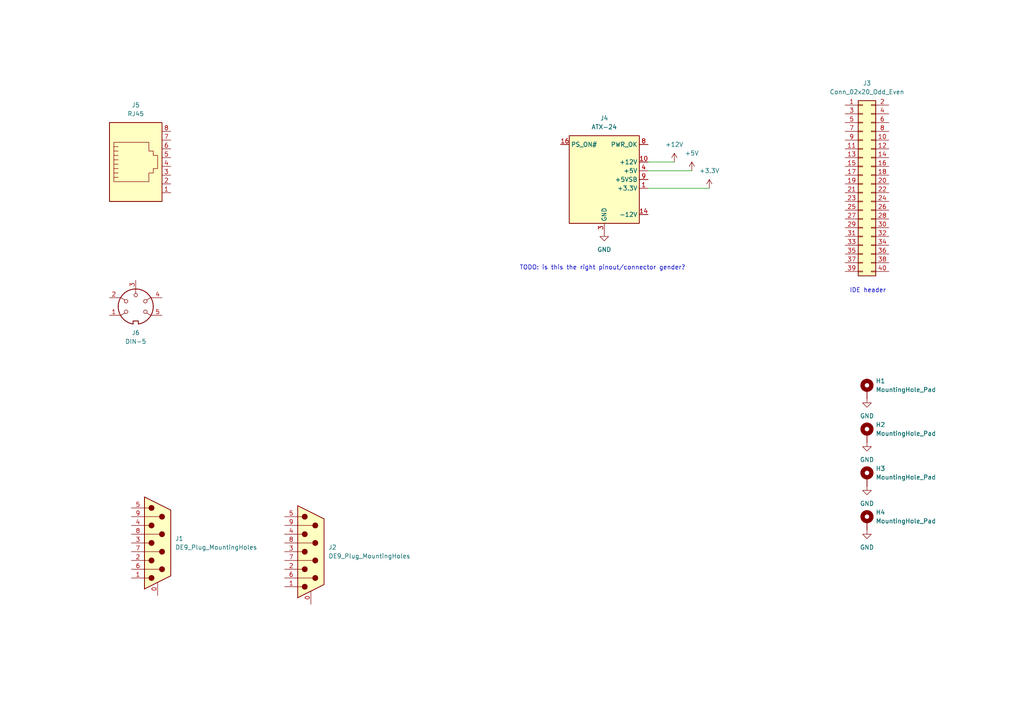
<source format=kicad_sch>
(kicad_sch (version 20231120) (generator "eeschema") (generator_version "8.0")
  (paper "A4")
  (lib_symbols
    (symbol "Connector:ATX-24"
      (property "Reference" "J" (at -8.89 13.97 0))
      (property "Value" "ATX-24" (at 6.35 13.97 0))
      (symbol "ATX-24_0_1"
        (rectangle (start -10.16 12.7) (end 10.16 -12.7) (stroke (width 0.254)) (fill (type background)))
      )
      (symbol "ATX-24_1_1"
        (pin power_out line (at 12.7 -2.54 180) (length 2.54) (name "+3.3V") (number "1"))
        (pin power_out line (at 12.7 5.08 180) (length 2.54) (name "+12V") (number "10"))
        (pin passive line (at 12.7 5.08 180) (length 2.54) hide (name "+12V") (number "11"))
        (pin passive line (at 12.7 -2.54 180) (length 2.54) hide (name "+3.3V") (number "12"))
        (pin passive line (at 12.7 -2.54 180) (length 2.54) hide (name "+3.3V") (number "13"))
        (pin power_out line (at 12.7 -10.16 180) (length 2.54) (name "-12V") (number "14"))
        (pin passive line (at 0 -15.24 90) (length 2.54) hide (name "GND") (number "15"))
        (pin open_collector line (at -12.7 10.16 0) (length 2.54) (name "PS_ON#") (number "16"))
        (pin passive line (at 0 -15.24 90) (length 2.54) hide (name "GND") (number "17"))
        (pin passive line (at 0 -15.24 90) (length 2.54) hide (name "GND") (number "18"))
        (pin passive line (at 0 -15.24 90) (length 2.54) hide (name "GND") (number "19"))
        (pin passive line (at 12.7 -2.54 180) (length 2.54) hide (name "+3.3V") (number "2"))
        (pin no_connect line (at -10.16 0 0) (length 2.54) hide (name "NC") (number "20"))
        (pin passive line (at 12.7 2.54 180) (length 2.54) hide (name "+5V") (number "21"))
        (pin passive line (at 12.7 2.54 180) (length 2.54) hide (name "+5V") (number "22"))
        (pin passive line (at 12.7 2.54 180) (length 2.54) hide (name "+5V") (number "23"))
        (pin passive line (at 0 -15.24 90) (length 2.54) hide (name "GND") (number "24"))
        (pin power_out line (at 0 -15.24 90) (length 2.54) (name "GND") (number "3"))
        (pin power_out line (at 12.7 2.54 180) (length 2.54) (name "+5V") (number "4"))
        (pin passive line (at 0 -15.24 90) (length 2.54) hide (name "GND") (number "5"))
        (pin passive line (at 12.7 2.54 180) (length 2.54) hide (name "+5V") (number "6"))
        (pin passive line (at 0 -15.24 90) (length 2.54) hide (name "GND") (number "7"))
        (pin output line (at 12.7 10.16 180) (length 2.54) (name "PWR_OK") (number "8"))
        (pin power_out line (at 12.7 0 180) (length 2.54) (name "+5VSB") (number "9"))
      )
    )
    (symbol "Connector:DE9_Plug_MountingHoles" (pin_names (offset 1.016) hide)
      (property "Reference" "J" (at 0 16.51 0))
      (property "Value" "DE9_Plug_MountingHoles" (at 0 14.605 0))
      (symbol "DE9_Plug_MountingHoles_0_1"
        (circle (center -1.778 -10.16) (radius 0.762) (fill (type outline)))
        (circle (center -1.778 -5.08) (radius 0.762) (fill (type outline)))
        (circle (center -1.778 0) (radius 0.762) (fill (type outline)))
        (circle (center -1.778 5.08) (radius 0.762) (fill (type outline)))
        (circle (center -1.778 10.16) (radius 0.762) (fill (type outline)))
        (polyline (pts (xy -3.81 -10.16) (xy -2.54 -10.16)))
        (polyline (pts (xy -3.81 -7.62) (xy 0.508 -7.62)))
        (polyline (pts (xy -3.81 -5.08) (xy -2.54 -5.08)))
        (polyline (pts (xy -3.81 -2.54) (xy 0.508 -2.54)))
        (polyline (pts (xy -3.81 0) (xy -2.54 0)))
        (polyline (pts (xy -3.81 2.54) (xy 0.508 2.54)))
        (polyline (pts (xy -3.81 5.08) (xy -2.54 5.08)))
        (polyline (pts (xy -3.81 7.62) (xy 0.508 7.62)))
        (polyline (pts (xy -3.81 10.16) (xy -2.54 10.16)))
        (polyline (pts (xy -3.81 -13.335) (xy -3.81 13.335) (xy 3.81 9.525) (xy 3.81 -9.525) (xy -3.81 -13.335)) (stroke (width 0.254)) (fill (type background)))
        (circle (center 1.27 -7.62) (radius 0.762) (fill (type outline)))
        (circle (center 1.27 -2.54) (radius 0.762) (fill (type outline)))
        (circle (center 1.27 2.54) (radius 0.762) (fill (type outline)))
        (circle (center 1.27 7.62) (radius 0.762) (fill (type outline)))
      )
      (symbol "DE9_Plug_MountingHoles_1_1"
        (pin passive line (at 0 -15.24 90) (length 3.81) (name "PAD") (number "0"))
        (pin passive line (at -7.62 -10.16 0) (length 3.81) (name "1") (number "1"))
        (pin passive line (at -7.62 -5.08 0) (length 3.81) (name "2") (number "2"))
        (pin passive line (at -7.62 0 0) (length 3.81) (name "3") (number "3"))
        (pin passive line (at -7.62 5.08 0) (length 3.81) (name "4") (number "4"))
        (pin passive line (at -7.62 10.16 0) (length 3.81) (name "5") (number "5"))
        (pin passive line (at -7.62 -7.62 0) (length 3.81) (name "6") (number "6"))
        (pin passive line (at -7.62 -2.54 0) (length 3.81) (name "7") (number "7"))
        (pin passive line (at -7.62 2.54 0) (length 3.81) (name "8") (number "8"))
        (pin passive line (at -7.62 7.62 0) (length 3.81) (name "9") (number "9"))
      )
    )
    (symbol "Connector:DIN-5" (pin_names (offset 1.016))
      (property "Reference" "J" (at 3.175 5.715 0))
      (property "Value" "DIN-5" (at 0 -6.35 0))
      (symbol "DIN-5_0_1"
        (arc (start -5.08 0) (mid -3.8609 -3.3364) (end -0.762 -5.08) (stroke (width 0.254)))
        (circle (center -2.794 -1.524) (radius 0.508))
        (circle (center -2.794 1.524) (radius 0.508))
        (polyline (pts (xy 0 5.08) (xy 0 3.81)))
        (polyline (pts (xy -5.08 -2.54) (xy -4.318 -2.54) (xy -3.175 -1.905)))
        (polyline (pts (xy -5.08 2.54) (xy -4.318 2.54) (xy -3.175 1.905)))
        (polyline (pts (xy 5.08 -2.54) (xy 4.318 -2.54) (xy 3.175 -1.905)))
        (polyline (pts (xy 5.08 2.54) (xy 4.318 2.54) (xy 3.175 1.905)))
        (polyline (pts (xy -0.762 -4.953) (xy -0.762 -4.191) (xy 0.762 -4.191) (xy 0.762 -4.953)) (stroke (width 0.254)))
        (circle (center 0 3.302) (radius 0.508))
        (arc (start 0.762 -5.08) (mid 3.8685 -3.343) (end 5.08 0) (stroke (width 0.254)))
        (circle (center 2.794 -1.524) (radius 0.508))
        (circle (center 2.794 1.524) (radius 0.508))
        (arc (start 5.08 0) (mid 0 5.0579) (end -5.08 0) (stroke (width 0.254)))
      )
      (symbol "DIN-5_1_1"
        (pin passive line (at -7.62 -2.54 0) (length 2.54) (name "~") (number "1"))
        (pin passive line (at -7.62 2.54 0) (length 2.54) (name "~") (number "2"))
        (pin passive line (at 0 7.62 270) (length 2.54) (name "~") (number "3"))
        (pin passive line (at 7.62 2.54 180) (length 2.54) (name "~") (number "4"))
        (pin passive line (at 7.62 -2.54 180) (length 2.54) (name "~") (number "5"))
      )
    )
    (symbol "Connector:RJ45" (pin_names (offset 1.016))
      (property "Reference" "J" (at -5.08 13.97 0))
      (property "Value" "RJ45" (at 2.54 13.97 0))
      (symbol "RJ45_0_1"
        (polyline (pts (xy -5.08 4.445) (xy -6.35 4.445)))
        (polyline (pts (xy -5.08 5.715) (xy -6.35 5.715)))
        (polyline (pts (xy -6.35 -3.175) (xy -5.08 -3.175) (xy -5.08 -3.175)))
        (polyline (pts (xy -6.35 -1.905) (xy -5.08 -1.905) (xy -5.08 -1.905)))
        (polyline (pts (xy -6.35 -0.635) (xy -5.08 -0.635) (xy -5.08 -0.635)))
        (polyline (pts (xy -6.35 0.635) (xy -5.08 0.635) (xy -5.08 0.635)))
        (polyline (pts (xy -6.35 1.905) (xy -5.08 1.905) (xy -5.08 1.905)))
        (polyline (pts (xy -5.08 3.175) (xy -6.35 3.175) (xy -6.35 3.175)))
        (polyline (pts (xy -6.35 -4.445) (xy -6.35 6.985) (xy 3.81 6.985) (xy 3.81 4.445) (xy 5.08 4.445) (xy 5.08 3.175) (xy 6.35 3.175) (xy 6.35 -0.635) (xy 5.08 -0.635) (xy 5.08 -1.905) (xy 3.81 -1.905) (xy 3.81 -4.445) (xy -6.35 -4.445) (xy -6.35 -4.445)))
        (rectangle (start 7.62 12.7) (end -7.62 -10.16) (stroke (width 0.254)) (fill (type background)))
      )
      (symbol "RJ45_1_1"
        (pin passive line (at 10.16 -7.62 180) (length 2.54) (name "~") (number "1"))
        (pin passive line (at 10.16 -5.08 180) (length 2.54) (name "~") (number "2"))
        (pin passive line (at 10.16 -2.54 180) (length 2.54) (name "~") (number "3"))
        (pin passive line (at 10.16 0 180) (length 2.54) (name "~") (number "4"))
        (pin passive line (at 10.16 2.54 180) (length 2.54) (name "~") (number "5"))
        (pin passive line (at 10.16 5.08 180) (length 2.54) (name "~") (number "6"))
        (pin passive line (at 10.16 7.62 180) (length 2.54) (name "~") (number "7"))
        (pin passive line (at 10.16 10.16 180) (length 2.54) (name "~") (number "8"))
      )
    )
    (symbol "Connector_Generic:Conn_02x20_Odd_Even" (pin_names (offset 1.016) hide)
      (property "Reference" "J" (at 1.27 25.4 0))
      (property "Value" "Conn_02x20_Odd_Even" (at 1.27 -27.94 0))
      (symbol "Conn_02x20_Odd_Even_1_1"
        (rectangle (start -1.27 -25.273) (end 0 -25.527) (stroke (width 0.1524)))
        (rectangle (start -1.27 -22.733) (end 0 -22.987) (stroke (width 0.1524)))
        (rectangle (start -1.27 -20.193) (end 0 -20.447) (stroke (width 0.1524)))
        (rectangle (start -1.27 -17.653) (end 0 -17.907) (stroke (width 0.1524)))
        (rectangle (start -1.27 -15.113) (end 0 -15.367) (stroke (width 0.1524)))
        (rectangle (start -1.27 -12.573) (end 0 -12.827) (stroke (width 0.1524)))
        (rectangle (start -1.27 -10.033) (end 0 -10.287) (stroke (width 0.1524)))
        (rectangle (start -1.27 -7.493) (end 0 -7.747) (stroke (width 0.1524)))
        (rectangle (start -1.27 -4.953) (end 0 -5.207) (stroke (width 0.1524)))
        (rectangle (start -1.27 -2.413) (end 0 -2.667) (stroke (width 0.1524)))
        (rectangle (start -1.27 0.127) (end 0 -0.127) (stroke (width 0.1524)))
        (rectangle (start -1.27 2.667) (end 0 2.413) (stroke (width 0.1524)))
        (rectangle (start -1.27 5.207) (end 0 4.953) (stroke (width 0.1524)))
        (rectangle (start -1.27 7.747) (end 0 7.493) (stroke (width 0.1524)))
        (rectangle (start -1.27 10.287) (end 0 10.033) (stroke (width 0.1524)))
        (rectangle (start -1.27 12.827) (end 0 12.573) (stroke (width 0.1524)))
        (rectangle (start -1.27 15.367) (end 0 15.113) (stroke (width 0.1524)))
        (rectangle (start -1.27 17.907) (end 0 17.653) (stroke (width 0.1524)))
        (rectangle (start -1.27 20.447) (end 0 20.193) (stroke (width 0.1524)))
        (rectangle (start -1.27 22.987) (end 0 22.733) (stroke (width 0.1524)))
        (rectangle (start -1.27 24.13) (end 3.81 -26.67) (stroke (width 0.254)) (fill (type background)))
        (rectangle (start 3.81 -25.273) (end 2.54 -25.527) (stroke (width 0.1524)))
        (rectangle (start 3.81 -22.733) (end 2.54 -22.987) (stroke (width 0.1524)))
        (rectangle (start 3.81 -20.193) (end 2.54 -20.447) (stroke (width 0.1524)))
        (rectangle (start 3.81 -17.653) (end 2.54 -17.907) (stroke (width 0.1524)))
        (rectangle (start 3.81 -15.113) (end 2.54 -15.367) (stroke (width 0.1524)))
        (rectangle (start 3.81 -12.573) (end 2.54 -12.827) (stroke (width 0.1524)))
        (rectangle (start 3.81 -10.033) (end 2.54 -10.287) (stroke (width 0.1524)))
        (rectangle (start 3.81 -7.493) (end 2.54 -7.747) (stroke (width 0.1524)))
        (rectangle (start 3.81 -4.953) (end 2.54 -5.207) (stroke (width 0.1524)))
        (rectangle (start 3.81 -2.413) (end 2.54 -2.667) (stroke (width 0.1524)))
        (rectangle (start 3.81 0.127) (end 2.54 -0.127) (stroke (width 0.1524)))
        (rectangle (start 3.81 2.667) (end 2.54 2.413) (stroke (width 0.1524)))
        (rectangle (start 3.81 5.207) (end 2.54 4.953) (stroke (width 0.1524)))
        (rectangle (start 3.81 7.747) (end 2.54 7.493) (stroke (width 0.1524)))
        (rectangle (start 3.81 10.287) (end 2.54 10.033) (stroke (width 0.1524)))
        (rectangle (start 3.81 12.827) (end 2.54 12.573) (stroke (width 0.1524)))
        (rectangle (start 3.81 15.367) (end 2.54 15.113) (stroke (width 0.1524)))
        (rectangle (start 3.81 17.907) (end 2.54 17.653) (stroke (width 0.1524)))
        (rectangle (start 3.81 20.447) (end 2.54 20.193) (stroke (width 0.1524)))
        (rectangle (start 3.81 22.987) (end 2.54 22.733) (stroke (width 0.1524)))
        (pin passive line (at -5.08 22.86 0) (length 3.81) (name "Pin_1") (number "1"))
        (pin passive line (at 7.62 12.7 180) (length 3.81) (name "Pin_10") (number "10"))
        (pin passive line (at -5.08 10.16 0) (length 3.81) (name "Pin_11") (number "11"))
        (pin passive line (at 7.62 10.16 180) (length 3.81) (name "Pin_12") (number "12"))
        (pin passive line (at -5.08 7.62 0) (length 3.81) (name "Pin_13") (number "13"))
        (pin passive line (at 7.62 7.62 180) (length 3.81) (name "Pin_14") (number "14"))
        (pin passive line (at -5.08 5.08 0) (length 3.81) (name "Pin_15") (number "15"))
        (pin passive line (at 7.62 5.08 180) (length 3.81) (name "Pin_16") (number "16"))
        (pin passive line (at -5.08 2.54 0) (length 3.81) (name "Pin_17") (number "17"))
        (pin passive line (at 7.62 2.54 180) (length 3.81) (name "Pin_18") (number "18"))
        (pin passive line (at -5.08 0 0) (length 3.81) (name "Pin_19") (number "19"))
        (pin passive line (at 7.62 22.86 180) (length 3.81) (name "Pin_2") (number "2"))
        (pin passive line (at 7.62 0 180) (length 3.81) (name "Pin_20") (number "20"))
        (pin passive line (at -5.08 -2.54 0) (length 3.81) (name "Pin_21") (number "21"))
        (pin passive line (at 7.62 -2.54 180) (length 3.81) (name "Pin_22") (number "22"))
        (pin passive line (at -5.08 -5.08 0) (length 3.81) (name "Pin_23") (number "23"))
        (pin passive line (at 7.62 -5.08 180) (length 3.81) (name "Pin_24") (number "24"))
        (pin passive line (at -5.08 -7.62 0) (length 3.81) (name "Pin_25") (number "25"))
        (pin passive line (at 7.62 -7.62 180) (length 3.81) (name "Pin_26") (number "26"))
        (pin passive line (at -5.08 -10.16 0) (length 3.81) (name "Pin_27") (number "27"))
        (pin passive line (at 7.62 -10.16 180) (length 3.81) (name "Pin_28") (number "28"))
        (pin passive line (at -5.08 -12.7 0) (length 3.81) (name "Pin_29") (number "29"))
        (pin passive line (at -5.08 20.32 0) (length 3.81) (name "Pin_3") (number "3"))
        (pin passive line (at 7.62 -12.7 180) (length 3.81) (name "Pin_30") (number "30"))
        (pin passive line (at -5.08 -15.24 0) (length 3.81) (name "Pin_31") (number "31"))
        (pin passive line (at 7.62 -15.24 180) (length 3.81) (name "Pin_32") (number "32"))
        (pin passive line (at -5.08 -17.78 0) (length 3.81) (name "Pin_33") (number "33"))
        (pin passive line (at 7.62 -17.78 180) (length 3.81) (name "Pin_34") (number "34"))
        (pin passive line (at -5.08 -20.32 0) (length 3.81) (name "Pin_35") (number "35"))
        (pin passive line (at 7.62 -20.32 180) (length 3.81) (name "Pin_36") (number "36"))
        (pin passive line (at -5.08 -22.86 0) (length 3.81) (name "Pin_37") (number "37"))
        (pin passive line (at 7.62 -22.86 180) (length 3.81) (name "Pin_38") (number "38"))
        (pin passive line (at -5.08 -25.4 0) (length 3.81) (name "Pin_39") (number "39"))
        (pin passive line (at 7.62 20.32 180) (length 3.81) (name "Pin_4") (number "4"))
        (pin passive line (at 7.62 -25.4 180) (length 3.81) (name "Pin_40") (number "40"))
        (pin passive line (at -5.08 17.78 0) (length 3.81) (name "Pin_5") (number "5"))
        (pin passive line (at 7.62 17.78 180) (length 3.81) (name "Pin_6") (number "6"))
        (pin passive line (at -5.08 15.24 0) (length 3.81) (name "Pin_7") (number "7"))
        (pin passive line (at 7.62 15.24 180) (length 3.81) (name "Pin_8") (number "8"))
        (pin passive line (at -5.08 12.7 0) (length 3.81) (name "Pin_9") (number "9"))
      )
    )
    (symbol "Mechanical:MountingHole_Pad" (pin_numbers hide) (pin_names (offset 1.016) hide) (exclude_from_sim yes) (in_bom no)
      (property "Reference" "H" (at 0 6.35 0))
      (property "Value" "MountingHole_Pad" (at 0 4.445 0))
      (symbol "MountingHole_Pad_0_1"
        (circle (center 0 1.27) (radius 1.27) (stroke (width 1.27)))
      )
      (symbol "MountingHole_Pad_1_1"
        (pin input line (at 0 -2.54 90) (length 2.54) (name "1") (number "1"))
      )
    )
    (symbol "power:+12V" (power) (pin_numbers hide) (pin_names (offset 0) hide)
      (property "Value" "+12V" (at 0 3.556 0))
      (symbol "+12V_0_1"
        (polyline (pts (xy -0.762 1.27) (xy 0 2.54)))
        (polyline (pts (xy 0 0) (xy 0 2.54)))
        (polyline (pts (xy 0 2.54) (xy 0.762 1.27)))
      )
      (symbol "+12V_1_1"
        (pin power_in line (at 0 0 90) (length 0) (name "~") (number "1"))
      )
    )
    (symbol "power:+3.3V" (power) (pin_numbers hide) (pin_names (offset 0) hide)
      (property "Value" "+3.3V" (at 0 3.556 0))
      (symbol "+3.3V_0_1"
        (polyline (pts (xy -0.762 1.27) (xy 0 2.54)))
        (polyline (pts (xy 0 0) (xy 0 2.54)))
        (polyline (pts (xy 0 2.54) (xy 0.762 1.27)))
      )
      (symbol "+3.3V_1_1"
        (pin power_in line (at 0 0 90) (length 0) (name "~") (number "1"))
      )
    )
    (symbol "power:+5V" (power) (pin_numbers hide) (pin_names (offset 0) hide)
      (property "Value" "+5V" (at 0 3.556 0))
      (symbol "+5V_0_1"
        (polyline (pts (xy -0.762 1.27) (xy 0 2.54)))
        (polyline (pts (xy 0 0) (xy 0 2.54)))
        (polyline (pts (xy 0 2.54) (xy 0.762 1.27)))
      )
      (symbol "+5V_1_1"
        (pin power_in line (at 0 0 90) (length 0) (name "~") (number "1"))
      )
    )
    (symbol "power:GND" (power) (pin_numbers hide) (pin_names (offset 0) hide)
      (property "Value" "GND" (at 0 -3.81 0))
      (symbol "GND_0_1"
        (polyline (pts (xy 0 0) (xy 0 -1.27) (xy 1.27 -1.27) (xy 0 -2.54) (xy -1.27 -1.27) (xy 0 -1.27)))
      )
      (symbol "GND_1_1"
        (pin power_in line (at 0 0 270) (length 0) (name "~") (number "1"))
      )
    )
  )
  (wire (pts (xy 187.96 49.53) (xy 200.66 49.53)))
  (wire (pts (xy 195.58 46.99) (xy 187.96 46.99)))
  (wire (pts (xy 205.74 54.61) (xy 187.96 54.61)))
  (text "IDE header" (at 251.714 84.328 0) (effects (font (size 1.27 1.27))))
  (text "TODO: is this the right pinout/connector gender?\n" (at 174.752 77.724 0) (effects (font (size 1.27 1.27))))
  (symbol (lib_id "power:GND") (at 175.26 67.31 0) (unit 1)
    (property "Reference" "#PWR05" (effects (hide yes)))
    (property "Value" "GND" (at 175.26 72.39 0))
    (property "Description" "Power symbol creates a global label with name \"GND\" , ground" (effects (hide yes)))
  )
  (symbol (lib_id "power:+5V") (at 200.66 49.53 0) (unit 1)
    (property "Reference" "#PWR06" (effects (hide yes)))
    (property "Value" "+5V" (at 200.66 44.45 0))
    (property "Description" "Power symbol creates a global label with name \"+5V\"" (effects (hide yes)))
  )
  (symbol (lib_id "Connector_Generic:Conn_02x20_Odd_Even") (at 250.19 53.34 0) (unit 1)
    (property "Reference" "J3" (at 251.46 24.13 0))
    (property "Value" "Conn_02x20_Odd_Even" (at 251.46 26.67 0))
    (property "Footprint" "Connector_IDC:IDC-Header_2x20_P2.54mm_Vertical" (effects (hide yes)))
    (property "Description" "Generic connector, double row, 02x20, odd/even pin numbering scheme (row 1 odd numbers, row 2 even numbers), script generated (kicad-library-utils/schlib/autogen/connector/)" (effects (hide yes)))
  )
  (symbol (lib_id "Connector:DE9_Plug_MountingHoles") (at 45.72 157.48 0) (unit 1)
    (property "Reference" "J1" (at 50.8 156.2099 0) (effects (justify left)))
    (property "Value" "DE9_Plug_MountingHoles" (at 50.8 158.7499 0) (effects (justify left)))
    (property "Footprint" "Connector_Dsub:DSUB-9_Female_Horizontal_P2.77x2.84mm_EdgePinOffset9.90mm_Housed_MountingHolesOffset11.32mm" (effects (hide yes)))
    (property "Description" "9-pin male plug pin D-SUB connector, Mounting Hole" (effects (hide yes)))
  )
  (symbol (lib_id "Mechanical:MountingHole_Pad") (at 251.46 151.13 0) (unit 1) (exclude_from_sim yes) (in_bom no)
    (property "Reference" "H4" (at 254 148.5899 0) (effects (justify left)))
    (property "Value" "MountingHole_Pad" (at 254 151.1299 0) (effects (justify left)))
    (property "Footprint" "MountingHole:MountingHole_3.2mm_M3_Pad_Via" (effects (hide yes)))
    (property "Description" "Mounting Hole with connection" (effects (hide yes)))
  )
  (symbol (lib_id "Connector:ATX-24") (at 175.26 52.07 0) (unit 1)
    (property "Reference" "J4" (at 175.26 34.29 0))
    (property "Value" "ATX-24" (at 175.26 36.83 0))
    (property "Footprint" "Connector_Molex:Molex_Mini-Fit_Jr_5566-24A2_2x12_P4.20mm_Vertical" (effects (hide yes)))
    (property "Datasheet" "https://www.intel.com/content/dam/www/public/us/en/documents/guides/power-supply-design-guide-june.pdf#page=33" (effects (hide yes)))
    (property "Description" "ATX Power supply 24pins" (effects (hide yes)))
  )
  (symbol (lib_id "Mechanical:MountingHole_Pad") (at 251.46 138.43 0) (unit 1) (exclude_from_sim yes) (in_bom no)
    (property "Reference" "H3" (at 254 135.8899 0) (effects (justify left)))
    (property "Value" "MountingHole_Pad" (at 254 138.4299 0) (effects (justify left)))
    (property "Footprint" "MountingHole:MountingHole_3.2mm_M3_Pad_Via" (effects (hide yes)))
    (property "Description" "Mounting Hole with connection" (effects (hide yes)))
  )
  (symbol (lib_id "Connector:DIN-5") (at 39.37 88.9 0) (unit 1)
    (property "Reference" "J6" (at 39.3701 96.52 0))
    (property "Value" "DIN-5" (at 39.3701 99.06 0))
    (property "Datasheet" "http://www.mouser.com/ds/2/18/40_c091_abd_e-75918.pdf" (effects (hide yes)))
    (property "Description" "5-pin DIN connector" (effects (hide yes)))
  )
  (symbol (lib_id "power:GND") (at 251.46 115.57 0) (unit 1)
    (property "Reference" "#PWR01" (effects (hide yes)))
    (property "Value" "GND" (at 251.46 120.65 0))
    (property "Description" "Power symbol creates a global label with name \"GND\" , ground" (effects (hide yes)))
  )
  (symbol (lib_id "power:GND") (at 251.46 140.97 0) (unit 1)
    (property "Reference" "#PWR03" (effects (hide yes)))
    (property "Value" "GND" (at 251.46 146.05 0))
    (property "Description" "Power symbol creates a global label with name \"GND\" , ground" (effects (hide yes)))
  )
  (symbol (lib_id "Connector:RJ45") (at 39.37 48.26 0) (unit 1)
    (property "Reference" "J5" (at 39.37 30.48 0))
    (property "Value" "RJ45" (at 39.37 33.02 0))
    (property "Footprint" "Connector_RJ:RJ45_Bel_SI-60062-F" (effects (hide yes)))
    (property "Description" "RJ connector, 8P8C (8 positions 8 connected)" (effects (hide yes)))
  )
  (symbol (lib_id "power:+12V") (at 195.58 46.99 0) (unit 1)
    (property "Reference" "#PWR07" (effects (hide yes)))
    (property "Value" "+12V" (at 195.58 41.91 0))
    (property "Description" "Power symbol creates a global label with name \"+12V\"" (effects (hide yes)))
  )
  (symbol (lib_id "Connector:DE9_Plug_MountingHoles") (at 90.17 160.02 0) (unit 1)
    (property "Reference" "J2" (at 95.25 158.7499 0) (effects (justify left)))
    (property "Value" "DE9_Plug_MountingHoles" (at 95.25 161.2899 0) (effects (justify left)))
    (property "Footprint" "Connector_Dsub:DSUB-9_Female_Horizontal_P2.77x2.84mm_EdgePinOffset9.90mm_Housed_MountingHolesOffset11.32mm" (effects (hide yes)))
    (property "Description" "9-pin male plug pin D-SUB connector, Mounting Hole" (effects (hide yes)))
  )
  (symbol (lib_id "power:GND") (at 251.46 153.67 0) (unit 1)
    (property "Reference" "#PWR04" (effects (hide yes)))
    (property "Value" "GND" (at 251.46 158.75 0))
    (property "Description" "Power symbol creates a global label with name \"GND\" , ground" (effects (hide yes)))
  )
  (symbol (lib_id "Mechanical:MountingHole_Pad") (at 251.46 125.73 0) (unit 1) (exclude_from_sim yes) (in_bom no)
    (property "Reference" "H2" (at 254 123.1899 0) (effects (justify left)))
    (property "Value" "MountingHole_Pad" (at 254 125.7299 0) (effects (justify left)))
    (property "Footprint" "MountingHole:MountingHole_3.2mm_M3_Pad_Via" (effects (hide yes)))
    (property "Description" "Mounting Hole with connection" (effects (hide yes)))
  )
  (symbol (lib_id "power:GND") (at 251.46 128.27 0) (unit 1)
    (property "Reference" "#PWR02" (effects (hide yes)))
    (property "Value" "GND" (at 251.46 133.35 0))
    (property "Description" "Power symbol creates a global label with name \"GND\" , ground" (effects (hide yes)))
  )
  (symbol (lib_id "Mechanical:MountingHole_Pad") (at 251.46 113.03 0) (unit 1) (exclude_from_sim yes) (in_bom no)
    (property "Reference" "H1" (at 254 110.4899 0) (effects (justify left)))
    (property "Value" "MountingHole_Pad" (at 254 113.0299 0) (effects (justify left)))
    (property "Footprint" "MountingHole:MountingHole_3.2mm_M3_Pad_Via" (effects (hide yes)))
    (property "Description" "Mounting Hole with connection" (effects (hide yes)))
  )
  (symbol (lib_id "power:+3.3V") (at 205.74 54.61 0) (unit 1)
    (property "Reference" "#PWR08" (effects (hide yes)))
    (property "Value" "+3.3V" (at 205.74 49.53 0))
    (property "Description" "Power symbol creates a global label with name \"+3.3V\"" (effects (hide yes)))
  )
)
</source>
